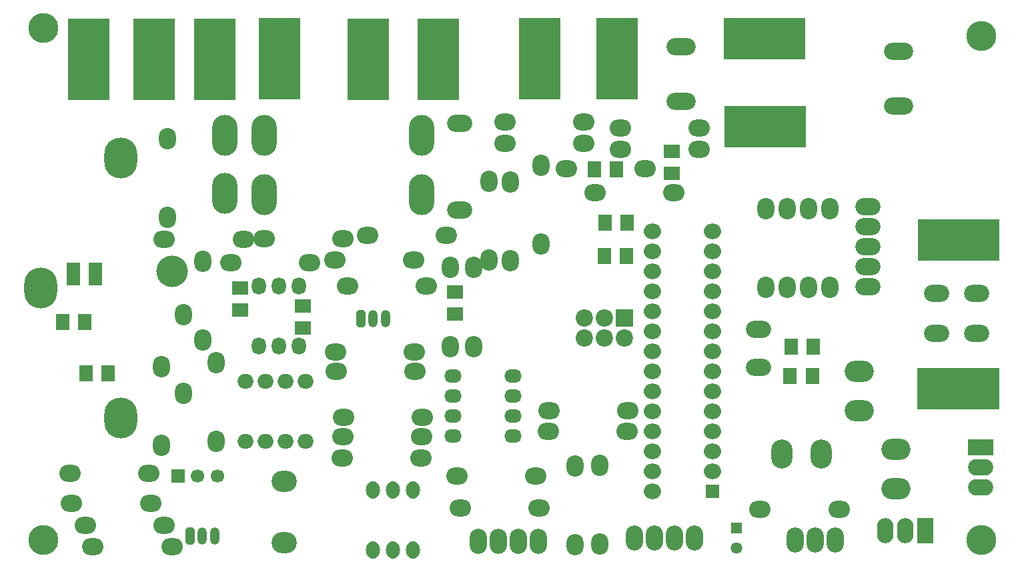
<source format=gbr>
G04 DipTrace 3.3.1.0*
G04 BottomMask.gbr*
%MOIN*%
G04 #@! TF.FileFunction,Soldermask,Bot*
G04 #@! TF.Part,Single*
%AMOUTLINE1*
4,1,20,
0.0,0.03941,
0.013288,0.037516,
0.025328,0.031994,
0.034961,0.023325,
0.041203,0.012299,
0.043368,0.0,
0.041203,-0.012299,
0.034961,-0.023325,
0.025328,-0.031994,
0.013288,-0.037516,
0.0,-0.03941,
-0.013288,-0.037516,
-0.025328,-0.031994,
-0.034961,-0.023325,
-0.041203,-0.012299,
-0.043368,0.0,
-0.041203,0.012299,
-0.034961,0.023325,
-0.025328,0.031994,
-0.013288,0.037516,
0.0,0.03941,
0*%
%AMOUTLINE4*
4,1,8,
0.023622,0.031158,
0.011473,0.043307,
-0.011473,0.043307,
-0.023622,0.031158,
-0.023622,-0.031158,
-0.011473,-0.043307,
0.011473,-0.043307,
0.023622,-0.031158,
0.023622,0.031158,
0*%
%AMOUTLINE7*
4,1,20,
0.0,0.043384,
0.011223,0.041161,
0.021179,0.034821,
0.028911,0.025155,
0.033795,0.013174,
0.035465,0.0,
0.033795,-0.013174,
0.028911,-0.025155,
0.021179,-0.034821,
0.011223,-0.041161,
0.0,-0.043384,
-0.011223,-0.041161,
-0.021179,-0.034821,
-0.028911,-0.025155,
-0.033795,-0.013174,
-0.035465,0.0,
-0.033795,0.013174,
-0.028911,0.025155,
-0.021179,0.034821,
-0.011223,0.041161,
0.0,0.043384,
0*%
%ADD20C,0.15748*%
%ADD52C,0.149606*%
%ADD62O,0.086614X0.066929*%
%ADD64O,0.145669X0.106299*%
%ADD66O,0.106299X0.145669*%
%ADD68O,0.082677X0.125984*%
%ADD70R,0.082677X0.125984*%
%ADD72O,0.125984X0.082677*%
%ADD74R,0.125984X0.082677*%
%ADD76O,0.070866X0.086614*%
%ADD78O,0.07874X0.074803*%
%ADD80O,0.165354X0.204724*%
%ADD82R,0.208661X0.208661*%
%ADD84O,0.125984X0.204724*%
%ADD86R,0.070866X0.114173*%
%ADD88O,0.145669X0.086614*%
%ADD90C,0.066929*%
%ADD92R,0.066929X0.066929*%
%ADD94O,0.106299X0.086614*%
%ADD96O,0.086614X0.106299*%
%ADD98O,0.047244X0.086614*%
%ADD100O,0.125984X0.106299*%
%ADD102C,0.086614*%
%ADD104R,0.086614X0.086614*%
%ADD105R,0.070866X0.070866*%
%ADD106O,0.086614X0.125984*%
%ADD108R,0.057874X0.057874*%
%ADD110C,0.057874*%
%ADD112O,0.125984X0.086614*%
%ADD114R,0.07874X0.070866*%
%ADD116R,0.070866X0.07874*%
%ADD123OUTLINE1*%
%ADD126OUTLINE4*%
%ADD129OUTLINE7*%
%FSLAX26Y26*%
G04*
G70*
G90*
G75*
G01*
G04 BotMask*
%LPD*%
D105*
X3853543Y795276D3*
D123*
Y895276D3*
Y995276D3*
Y1095276D3*
Y1195276D3*
Y1295276D3*
Y1395276D3*
Y1495276D3*
Y1595276D3*
Y1695276D3*
Y1795276D3*
Y1895276D3*
Y1995276D3*
Y2095276D3*
X3553543D3*
Y1995276D3*
Y1895276D3*
Y1795276D3*
Y1695276D3*
Y1595276D3*
Y1495276D3*
Y1395276D3*
Y1295276D3*
Y1195276D3*
Y1095276D3*
Y995276D3*
Y895276D3*
Y795276D3*
D116*
X608268Y1641732D3*
X718504D3*
D114*
X1809055Y1610236D3*
Y1720472D3*
D116*
X835433Y1385827D3*
X725197D3*
D114*
X3649606Y2496063D3*
Y2385827D3*
D116*
X3265354Y2405512D3*
X3375591D3*
X3425591Y1972441D3*
X3315354D3*
D114*
X1493701Y1811024D3*
Y1700787D3*
X2566142Y1791339D3*
Y1681102D3*
D116*
X3428740Y2137795D3*
X3318504D3*
X4352756Y1370079D3*
X4242520D3*
X4357480Y1519685D3*
X4247244D3*
D112*
X5175591Y1783465D3*
Y1583465D3*
X4975591D3*
Y1783465D3*
X2591732Y2200787D3*
Y2635827D3*
D110*
X3974409Y511811D3*
D108*
Y611811D3*
D52*
X511811Y3110236D3*
Y551181D3*
X5196850Y3070866D3*
Y551181D3*
D20*
X1153937Y1893701D3*
D106*
X3462992Y562992D3*
X3562992D3*
X3662992D3*
X3762992D3*
D112*
X4631102Y1917323D3*
Y2017323D3*
Y2117323D3*
Y2217323D3*
Y1817323D3*
D104*
X3414173Y1661417D3*
D102*
X3314173D3*
X3214173D3*
X3414173Y1561417D3*
X3314173D3*
X3214173D3*
D100*
X1713780Y846457D3*
Y539370D3*
D126*
X2096064Y1657503D3*
D98*
X2159056D3*
X2222048D3*
D126*
X1242914Y570896D3*
D98*
X1305906D3*
X1368898D3*
D96*
X1308661Y1551181D3*
Y1944882D3*
D94*
X2424803Y1822835D3*
X2031102D3*
D96*
X1209843Y1283465D3*
Y1677165D3*
D94*
X4486220Y704724D3*
X4092520D3*
X1037008Y885827D3*
X643307D3*
D96*
X1101575Y1417323D3*
Y1023622D3*
D94*
X1971654Y1492126D3*
X2365354D3*
X2366929Y1393701D3*
X1973228D3*
D96*
X1375591Y1043307D3*
Y1437008D3*
D94*
X652362Y736220D3*
X1046063D3*
X2971654Y870079D3*
X2577953D3*
X1152756Y519685D3*
X759055D3*
X3268504Y2287402D3*
X3662205D3*
X3788189Y2610236D3*
X3394488D3*
X3787795Y2503937D3*
X3394094D3*
X3517323Y2409449D3*
X3123622D3*
X3035433Y1094488D3*
X3429134D3*
X2816535Y2641732D3*
X3210236D3*
X3211417Y2535433D3*
X2817717D3*
D96*
X2997638Y2425197D3*
Y2031496D3*
D94*
X3430709Y1196850D3*
X3037008D3*
D96*
X3290157Y531496D3*
Y925197D3*
X4122441Y1814961D3*
Y2208661D3*
X4227953Y1814961D3*
Y2208661D3*
X4334252Y1814961D3*
Y2208661D3*
X4440551Y1814961D3*
Y2208661D3*
D94*
X1446850Y1937008D3*
X1840551D3*
D96*
X1132283Y2559055D3*
Y2165354D3*
D94*
X1115748Y2055118D3*
X1509449D3*
X1613386Y2059055D3*
X2007087D3*
D96*
X2737402Y1952756D3*
Y2346457D3*
D94*
X2131890Y2074803D3*
X2525591D3*
X1966142Y1952756D3*
X2359843D3*
D96*
X2543701Y1913386D3*
Y1519685D3*
X2660236D3*
Y1913386D3*
X2845276Y1948819D3*
Y2342520D3*
D94*
X719685Y625984D3*
X1113386D3*
D92*
X1182677Y870079D3*
D90*
X1281102D3*
X1379528D3*
D94*
X2398031Y960630D3*
X2004331D3*
X2593307Y712598D3*
X2987008D3*
X2009449Y1165354D3*
X2403150D3*
X2006693Y1066929D3*
X2400394D3*
D88*
X4785039Y2996063D3*
Y2720474D3*
D96*
X3168504Y921260D3*
Y527559D3*
D86*
X661024Y1881890D3*
X771260D3*
D84*
X2401969Y2279528D3*
Y2574803D3*
X1614567Y2279528D3*
X1417717Y2285787D3*
X1614567Y2574803D3*
X1417717D3*
D82*
X1367717Y2854331D3*
Y3055118D3*
D80*
X898819Y1161417D3*
Y2460630D3*
X498819Y1811024D3*
D78*
X1820866Y1346457D3*
X1720866D3*
X1620866D3*
X1520866D3*
Y1046457D3*
X1620866D3*
X1720866D3*
X1820866D3*
D76*
X1787795Y1822835D3*
X1687795D3*
X1587795D3*
Y1522835D3*
X1687795D3*
X1787795D3*
D82*
X2483465Y2854331D3*
Y3055118D3*
X2132677Y2854331D3*
Y3055118D3*
D129*
X2358268Y803150D3*
X2258268D3*
X2158268D3*
Y503150D3*
X2258268D3*
X2358268D3*
D82*
X4981890Y1307087D3*
X5182677D3*
X4014567Y3059055D3*
X4215354D3*
D74*
X5195669Y1015748D3*
D72*
Y915748D3*
Y815748D3*
D70*
X4919291Y598425D3*
D68*
X4819291D3*
X4719291D3*
D66*
X4199606Y980315D3*
X4396457D3*
D64*
X4771654Y807087D3*
Y1003937D3*
D82*
X4217727Y2618110D3*
X4016940D3*
D64*
X4587402Y1393701D3*
Y1196850D3*
D82*
X4983071Y2051181D3*
X5183858D3*
D62*
X2858661Y1070866D3*
Y1170866D3*
Y1270866D3*
Y1370866D3*
X2558661D3*
Y1270866D3*
Y1170866D3*
Y1070866D3*
D88*
X3699213Y3019685D3*
Y2744096D3*
D82*
X2991339Y3057491D3*
Y2856703D3*
X3375984Y3057491D3*
Y2856703D3*
D106*
X4467323Y551181D3*
X4367323D3*
X4267323D3*
D82*
X1065354Y2854331D3*
Y3055118D3*
X738189Y2854331D3*
Y3055118D3*
X1691732Y3057491D3*
Y2856703D3*
D106*
X2685827Y543307D3*
X2785827D3*
X2885827D3*
X2985827D3*
D112*
X4084252Y1413386D3*
Y1603386D3*
M02*

</source>
